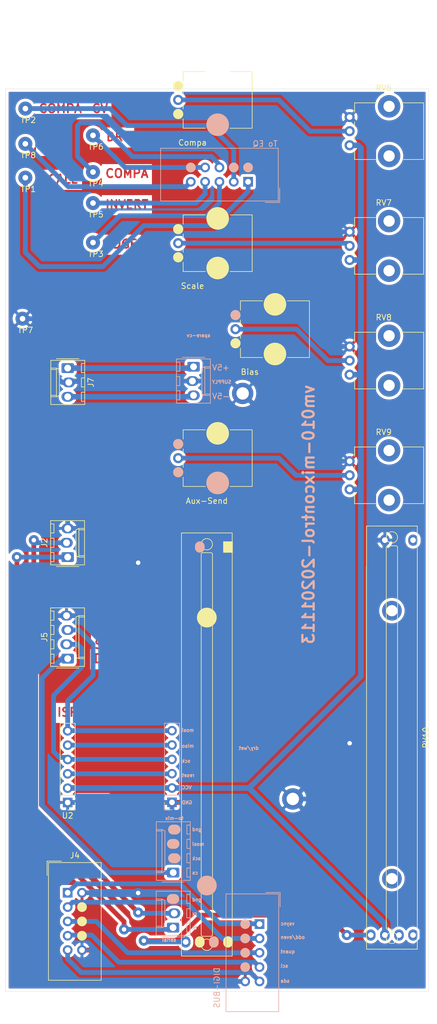
<source format=kicad_pcb>
(kicad_pcb (version 20171130) (host pcbnew "(5.1.5-0-10_14)")
  (layers (0 F.Cu signal) (1 In1.Cu power) (2 In2.Cu signal) (31 B.Cu power) (34 B.Paste user) (35 F.Paste user) (36 B.SilkS user) (37 F.SilkS user) (38 B.Mask user) (39 F.Mask user) (44 Edge.Cuts user))
  (net 0 "")
  (net 1 GND)
  (net 2 +5V)
  (net 3 /compa_cv)
  (net 4 /edge_bypass)
  (net 5 /compa_bypass)
  (net 6 /inverter_bypass)
  (net 7 /scl)
  (net 8 /sda)
  (net 9 /compa-level)
  (net 10 /bias-level)
  (net 11 /scale-level)
  (net 12 /mix-level)
  (net 13 /mosi)
  (net 14 /miso)
  (net 15 /sck)
  (net 16 /reset)
  (net 17 /scale_cv)
  (net 18 /vsync)
  (net 19 VCC)
  (net 20 /quantize_in)
  (net 21 /dac2_select)
  (net 22 /aux-level)
  (net 23 /preview_bypass)
  (net 24 /rx)
  (net 25 /oddeven)
  (net 26 -5V)
  (net 27 /tx)
  (net 28 /bias_cv)
  (module synkie_footprints:Solderpad_1mm (layer F.Cu) (at 112.5 44.5)
    (fp_text reference TP8 (at 0 1.778) (layer F.SilkS))
    (fp_text value TestPoint)
    (pad 1 thru_hole circle (at -0.508 -0.254) (size 2.5 2.5) (drill 1) (layers *.Cu *.Mask) (net 28 /bias_cv))
  )
  (module synkie_footprints:PinHeader_1x06_P2.54mm_Vertical (layer F.Cu) (at 119.5 161 180)
    (fp_text reference U2 (at 0 -2.33) (layer F.SilkS))
    (fp_text value AnymaISP)
    (pad 6 thru_hole oval (at 0 12.7 180) (size 1.7 1.7) (drill 1) (layers *.Cu *.Mask) (net 13 /mosi))
    (pad 5 thru_hole oval (at 0 10.16 180) (size 1.7 1.7) (drill 1) (layers *.Cu *.Mask) (net 14 /miso))
    (pad 4 thru_hole oval (at 0 7.62 180) (size 1.7 1.7) (drill 1) (layers *.Cu *.Mask) (net 15 /sck))
    (pad 3 thru_hole oval (at 0 5.08 180) (size 1.7 1.7) (drill 1) (layers *.Cu *.Mask) (net 16 /reset))
    (pad 2 thru_hole oval (at 0 2.54 180) (size 1.7 1.7) (drill 1) (layers *.Cu *.Mask) (net 19 VCC))
    (pad 1 thru_hole rect (at 0 0 180) (size 1.7 1.7) (drill 1) (layers *.Cu *.Mask) (net 1 GND))
  )
  (module synkie_footprints:Solderpad_1mm (layer F.Cu) (at 112 75.5)
    (fp_text reference TP7 (at 0 1.778) (layer F.SilkS))
    (fp_text value TestPoint)
    (pad 1 thru_hole circle (at -0.508 -0.254) (size 2.5 2.5) (drill 1) (layers *.Cu *.Mask) (net 1 GND))
  )
  (module synkie_footprints:Solderpad_1mm (layer F.Cu) (at 124.5 43)
    (fp_text reference TP6 (at 0 1.778) (layer F.SilkS))
    (fp_text value TestPoint)
    (pad 1 thru_hole circle (at -0.508 -0.254) (size 2.5 2.5) (drill 1) (layers *.Cu *.Mask) (net 23 /preview_bypass))
  )
  (module synkie_footprints:Solderpad_1mm (layer F.Cu) (at 124.5 55)
    (fp_text reference TP5 (at 0 1.778) (layer F.SilkS))
    (fp_text value TestPoint)
    (pad 1 thru_hole circle (at -0.508 -0.254) (size 2.5 2.5) (drill 1) (layers *.Cu *.Mask) (net 6 /inverter_bypass))
  )
  (module synkie_footprints:Solderpad_1mm (layer F.Cu) (at 124.5 49.5)
    (fp_text reference TP4 (at 0 1.778) (layer F.SilkS))
    (fp_text value TestPoint)
    (pad 1 thru_hole circle (at -0.508 -0.254) (size 2.5 2.5) (drill 1) (layers *.Cu *.Mask) (net 5 /compa_bypass))
  )
  (module synkie_footprints:Solderpad_1mm (layer F.Cu) (at 124.5 62)
    (fp_text reference TP3 (at 0 1.778) (layer F.SilkS))
    (fp_text value TestPoint)
    (pad 1 thru_hole circle (at -0.508 -0.254) (size 2.5 2.5) (drill 1) (layers *.Cu *.Mask) (net 4 /edge_bypass))
  )
  (module synkie_footprints:Solderpad_1mm (layer F.Cu) (at 112.508 38.254)
    (fp_text reference TP2 (at 0 1.778) (layer F.SilkS))
    (fp_text value TestPoint)
    (pad 1 thru_hole circle (at -0.508 -0.254) (size 2.5 2.5) (drill 1) (layers *.Cu *.Mask) (net 3 /compa_cv))
  )
  (module synkie_footprints:Solderpad_1mm (layer F.Cu) (at 112.5 50.5)
    (fp_text reference TP1 (at 0 1.778) (layer F.SilkS))
    (fp_text value TestPoint)
    (pad 1 thru_hole circle (at -0.508 -0.254) (size 2.5 2.5) (drill 1) (layers *.Cu *.Mask) (net 17 /scale_cv))
  )
  (module synkie_footprints:Potentiometer_Alps_RS6011xP_Slide (layer F.Cu) (at 177 149.5 90)
    (fp_text reference RV10 (at 0 6 90) (layer F.SilkS))
    (fp_text value R_POT)
    (pad 5 thru_hole circle (at 22.5 0 90) (size 3.5 3.5) (drill 2) (layers *.Cu *.Mask))
    (pad 4 thru_hole circle (at -25 0 90) (size 3.5 3.5) (drill 2) (layers *.Cu *.Mask))
    (pad 3B thru_hole oval (at 35 3.75 90) (size 2 1.7) (drill 1) (layers *.Cu *.Mask))
    (pad 3 thru_hole oval (at 35 -1.25 90) (size 2 1.7) (drill 1) (layers *.Cu *.Mask) (net 1 GND))
    (pad 1B thru_hole oval (at -35 3.75 90) (size 2 1.7) (drill 1) (layers *.Cu *.Mask))
    (pad 2B thru_hole oval (at -35 1.25 90) (size 2 1.7) (drill 1) (layers *.Cu *.Mask))
    (pad 1 thru_hole oval (at -35 -1.25 90) (size 2 1.7) (drill 1) (layers *.Cu *.Mask) (net 19 VCC))
    (pad 2 thru_hole oval (at -35 -3.75 90) (size 2 1.7) (drill 1) (layers *.Cu *.Mask) (net 12 /mix-level))
  )
  (module synkie_footprints:Potentiometer_Alps_RK09K_Single_Vertical (layer F.Cu) (at 169.5 105.5)
    (fp_text reference RV9 (at 6.05 -10.15) (layer F.SilkS))
    (fp_text value R_POT)
    (pad "" np_thru_hole circle (at 7 1.9) (size 4 4) (drill 2) (layers *.Cu *.Mask))
    (pad "" np_thru_hole circle (at 7 -6.9) (size 4 4) (drill 2) (layers *.Cu *.Mask))
    (pad 1 thru_hole circle (at 0 0) (size 1.8 1.8) (drill 1) (layers *.Cu *.Mask) (net 19 VCC))
    (pad 2 thru_hole circle (at 0 -2.5) (size 1.8 1.8) (drill 1) (layers *.Cu *.Mask) (net 22 /aux-level))
    (pad 3 thru_hole circle (at 0 -5) (size 1.8 1.8) (drill 1) (layers *.Cu *.Mask) (net 1 GND))
  )
  (module synkie_footprints:Potentiometer_Alps_RK09K_Single_Vertical (layer F.Cu) (at 169.5 85.166666)
    (fp_text reference RV8 (at 6.05 -10.15) (layer F.SilkS))
    (fp_text value R_POT)
    (pad "" np_thru_hole circle (at 7 1.9) (size 4 4) (drill 2) (layers *.Cu *.Mask))
    (pad "" np_thru_hole circle (at 7 -6.9) (size 4 4) (drill 2) (layers *.Cu *.Mask))
    (pad 1 thru_hole circle (at 0 0) (size 1.8 1.8) (drill 1) (layers *.Cu *.Mask) (net 19 VCC))
    (pad 2 thru_hole circle (at 0 -2.5) (size 1.8 1.8) (drill 1) (layers *.Cu *.Mask) (net 11 /scale-level))
    (pad 3 thru_hole circle (at 0 -5) (size 1.8 1.8) (drill 1) (layers *.Cu *.Mask) (net 1 GND))
  )
  (module synkie_footprints:Potentiometer_Alps_RK09K_Single_Vertical (layer F.Cu) (at 169.5 64.833333)
    (fp_text reference RV7 (at 6.05 -10.15) (layer F.SilkS))
    (fp_text value R_POT)
    (pad "" np_thru_hole circle (at 7 1.9) (size 4 4) (drill 2) (layers *.Cu *.Mask))
    (pad "" np_thru_hole circle (at 7 -6.9) (size 4 4) (drill 2) (layers *.Cu *.Mask))
    (pad 1 thru_hole circle (at 0 0) (size 1.8 1.8) (drill 1) (layers *.Cu *.Mask) (net 19 VCC))
    (pad 2 thru_hole circle (at 0 -2.5) (size 1.8 1.8) (drill 1) (layers *.Cu *.Mask) (net 10 /bias-level))
    (pad 3 thru_hole circle (at 0 -5) (size 1.8 1.8) (drill 1) (layers *.Cu *.Mask) (net 1 GND))
  )
  (module synkie_footprints:Potentiometer_Alps_RK09K_Single_Vertical (layer F.Cu) (at 169.5 44.5)
    (fp_text reference RV6 (at 6.05 -10.15) (layer F.SilkS))
    (fp_text value R_POT)
    (pad "" np_thru_hole circle (at 7 1.9) (size 4 4) (drill 2) (layers *.Cu *.Mask))
    (pad "" np_thru_hole circle (at 7 -6.9) (size 4 4) (drill 2) (layers *.Cu *.Mask))
    (pad 1 thru_hole circle (at 0 0) (size 1.8 1.8) (drill 1) (layers *.Cu *.Mask) (net 19 VCC))
    (pad 2 thru_hole circle (at 0 -2.5) (size 1.8 1.8) (drill 1) (layers *.Cu *.Mask) (net 9 /compa-level))
    (pad 3 thru_hole circle (at 0 -5) (size 1.8 1.8) (drill 1) (layers *.Cu *.Mask) (net 1 GND))
  )
  (module synkie_footprints:Molex_KK-254_AE-6410-03A_1x03_P2.54mm_Vertical (layer F.Cu) (at 119.5 84 270)
    (fp_text reference J7 (at 2.54 -4.12 90) (layer F.SilkS))
    (fp_text value Supply)
    (pad 3 thru_hole oval (at 5.08 0 270) (size 1.74 2.2) (drill 1.2) (layers *.Cu *.Mask) (net 26 -5V))
    (pad 2 thru_hole oval (at 2.54 -0.2 270) (size 1.74 2.2) (drill 1.2) (layers *.Cu *.Mask) (net 1 GND))
    (pad 1 thru_hole roundrect (at 0 0 270) (size 1.74 2.2) (drill 1.2) (layers *.Cu *.Mask) (roundrect_rratio 0.143678) (net 2 +5V))
  )
  (module synkie_footprints:Molex_KK-254_AE-6410-04A_1x04_P2.54mm_Vertical (layer F.Cu) (at 119.5 135.5 90)
    (fp_text reference J5 (at 3.81 -4.12 90) (layer F.SilkS))
    (fp_text value Conn_01x04)
    (pad 1 thru_hole roundrect (at 0 0 90) (size 1.74 2.2) (drill 1.2) (layers *.Cu *.Mask) (roundrect_rratio 0.143678) (net 21 /dac2_select))
    (pad 2 thru_hole oval (at 2.54 -0.2 90) (size 1.74 2.2) (drill 1.2) (layers *.Cu *.Mask) (net 15 /sck))
    (pad 3 thru_hole oval (at 5.08 0 90) (size 1.74 2.2) (drill 1.2) (layers *.Cu *.Mask) (net 13 /mosi))
    (pad 4 thru_hole oval (at 7.62 -0.2 90) (size 1.74 2.2) (drill 1.2) (layers *.Cu *.Mask) (net 1 GND))
  )
  (module synkie_footprints:IDC-Header_2x05_P2.54mm_Vertical (layer F.Cu) (at 119.5 177)
    (fp_text reference J4 (at 1.27 -6.604) (layer F.SilkS))
    (fp_text value digitalbus)
    (pad 1 thru_hole rect (at 0 0) (size 1.7272 1.7272) (drill 1.016) (layers *.Cu *.Mask) (net 18 /vsync))
    (pad 2 thru_hole oval (at 2.54 0) (size 1.7272 1.7272) (drill 1.016) (layers *.Cu *.Mask) (net 1 GND))
    (pad 3 thru_hole oval (at 0 2.54) (size 1.7272 1.7272) (drill 1.016) (layers *.Cu *.Mask) (net 25 /oddeven))
    (pad "" connect oval (at 2.54 2.54) (size 1.7272 1.7272) (layers F.SilkS))
    (pad 5 thru_hole oval (at 0 5.08) (size 1.7272 1.7272) (drill 1.016) (layers *.Cu *.Mask) (net 20 /quantize_in))
    (pad "" connect oval (at 2.54 5.08) (size 1.7272 1.7272) (layers F.SilkS))
    (pad 7 thru_hole oval (at 0 7.62) (size 1.7272 1.7272) (drill 1.016) (layers *.Cu *.Mask) (net 8 /sda))
    (pad "" connect oval (at 2.54 7.62) (size 1.7272 1.7272) (layers F.SilkS))
    (pad 9 thru_hole oval (at 0 10.16) (size 1.7272 1.7272) (drill 1.016) (layers *.Cu *.Mask) (net 7 /scl))
    (pad 10 thru_hole oval (at 2.54 10.16) (size 1.7272 1.7272) (drill 1.016) (layers *.Cu *.Mask) (net 1 GND))
  )
  (module synkie_footprints:Molex_KK-254_AE-6410-03A_1x03_P2.54mm_Vertical (layer F.Cu) (at 119.5 117.5 90)
    (fp_text reference J2 (at 2.54 -4.12 90) (layer F.SilkS))
    (fp_text value Serial)
    (pad 3 thru_hole oval (at 5.08 0 90) (size 1.74 2.2) (drill 1.2) (layers *.Cu *.Mask) (net 1 GND))
    (pad 2 thru_hole oval (at 2.54 -0.2 90) (size 1.74 2.2) (drill 1.2) (layers *.Cu *.Mask) (net 24 /rx))
    (pad 1 thru_hole roundrect (at 0 0 90) (size 1.74 2.2) (drill 1.2) (layers *.Cu *.Mask) (roundrect_rratio 0.143678) (net 27 /tx))
  )
  (module synkie_footprints:IDC-Header_2x05_P2.54mm_Vertical (layer B.Cu) (at 153.52212 182.5589 180)
    (fp_text reference J102 hide)
    (fp_text value digitalbus)
    (pad 1 thru_hole rect (at 0 0 180) (size 1.7272 1.7272) (drill 1.016) (layers *.Cu *.Mask) (net 18 /vsync))
    (pad "" connect oval (at 2.54 0 180) (size 1.7272 1.7272) (layers B.SilkS))
    (pad 3 thru_hole oval (at 0 -2.54 180) (size 1.7272 1.7272) (drill 1.016) (layers *.Cu *.Mask) (net 25 /oddeven))
    (pad "" connect oval (at 2.54 -2.54 180) (size 1.7272 1.7272) (layers B.SilkS))
    (pad 5 thru_hole oval (at 0 -5.08 180) (size 1.7272 1.7272) (drill 1.016) (layers *.Cu *.Mask) (net 20 /quantize_in))
    (pad "" connect oval (at 2.54 -5.08 180) (size 1.7272 1.7272) (layers B.SilkS))
    (pad 7 thru_hole oval (at 0 -7.62 180) (size 1.7272 1.7272) (drill 1.016) (layers *.Cu *.Mask) (net 8 /sda))
    (pad "" connect oval (at 2.54 -7.62 180) (size 1.7272 1.7272) (layers B.SilkS))
    (pad 9 thru_hole oval (at 0 -10.16 180) (size 1.7272 1.7272) (drill 1.016) (layers *.Cu *.Mask) (net 7 /scl))
    (pad 10 thru_hole oval (at 2.54 -10.16 180) (size 1.7272 1.7272) (drill 1.016) (layers *.Cu *.Mask) (net 1 GND))
  )
  (module synkie_footprints:Molex_KK-254_AE-6410-03A_1x03_P2.54mm_Vertical (layer B.Cu) (at 138.1888 183.1812 90)
    (fp_text reference J101 hide)
    (fp_text value Serial)
    (pad "" connect oval (at 5.08 0 90) (size 1.74 2.2) (layers B.SilkS))
    (pad 2 thru_hole oval (at 2.54 0.2 90) (size 1.74 2.2) (drill 1.2) (layers *.Cu *.Mask) (net 24 /rx))
    (pad 1 thru_hole roundrect (at 0 0 90) (size 1.74 2.2) (drill 1.2) (layers *.Cu *.Mask) (roundrect_rratio 0.143678) (net 27 /tx))
  )
  (module synkie_footprints:PinHeader_1x06_P2.54mm_Vertical (layer B.Cu) (at 137.99764 160.97398)
    (fp_text reference U1 hide)
    (fp_text value AnymaISP)
    (pad 6 thru_hole oval (at 0 -12.7) (size 1.7 1.7) (drill 1) (layers *.Cu *.Mask) (net 13 /mosi))
    (pad 5 thru_hole oval (at 0 -10.16) (size 1.7 1.7) (drill 1) (layers *.Cu *.Mask) (net 14 /miso))
    (pad 4 thru_hole oval (at 0 -7.62) (size 1.7 1.7) (drill 1) (layers *.Cu *.Mask) (net 15 /sck))
    (pad 3 thru_hole oval (at 0 -5.08) (size 1.7 1.7) (drill 1) (layers *.Cu *.Mask) (net 16 /reset))
    (pad 2 thru_hole oval (at 0 -2.54) (size 1.7 1.7) (drill 1) (layers *.Cu *.Mask) (net 19 VCC))
    (pad 1 thru_hole rect (at 0 0) (size 1.7 1.7) (drill 1) (layers *.Cu *.Mask) (net 1 GND))
  )
  (module synkie_footprints:Molex_KK-254_AE-6410-04A_1x04_P2.54mm_Vertical (layer B.Cu) (at 138.21166 173.41998 90)
    (fp_text reference J6 hide)
    (fp_text value Conn_01x04)
    (pad 1 thru_hole roundrect (at 0 0 90) (size 1.74 2.2) (drill 1.2) (layers *.Cu *.Mask) (roundrect_rratio 0.143678) (net 21 /dac2_select))
    (pad "" connect oval (at 2.54 0.2 90) (size 1.74 2.2) (layers B.SilkS))
    (pad "" connect oval (at 5.08 0 90) (size 1.74 2.2) (layers B.SilkS))
    (pad "" connect oval (at 7.62 0.2 90) (size 1.74 2.2) (layers B.SilkS))
  )
  (module MountingHole:MountingHole_2.2mm_M2_DIN965_Pad (layer F.Cu) (at 150.53 88.49)
    (fp_text reference H3 hide)
    (fp_text value MountingHole_Pad)
    (pad 1 thru_hole circle (at 0 0) (size 3.8 3.8) (drill 2.2) (layers *.Cu *.Mask) (net 1 GND))
  )
  (module MountingHole:MountingHole_2.2mm_M2_DIN965_Pad (layer F.Cu) (at 159.42 160.372)
    (fp_text reference H2 hide)
    (fp_text value MountingHole_Pad)
    (pad 1 thru_hole circle (at 0 0) (size 3.8 3.8) (drill 2.2) (layers *.Cu *.Mask) (net 1 GND))
  )
  (module synkie_footprints:Potentiometer_Alps_RK09K_Single_Vertical (layer F.Cu) (at 139.1 102.46)
    (fp_text reference RV5 hide)
    (fp_text value R_POT)
    (pad "" connect circle (at 7 1.9) (size 4 4) (layers *.SilkS))
    (pad "" connect circle (at 7 -6.9) (size 4 4) (layers F.SilkS))
    (pad "" connect circle (at 0 0) (size 1.8 1.8) (layers B.SilkS))
    (pad 2 thru_hole circle (at 0 -2.5) (size 1.8 1.8) (drill 1) (layers *.Cu *.Mask) (net 22 /aux-level))
    (pad "" connect circle (at 0 -5) (size 1.8 1.8) (layers B.SilkS))
  )
  (module synkie_footprints:Potentiometer_Alps_RS6011xP_Slide (layer F.Cu) (at 144.18 150.72 90)
    (fp_text reference RV4 hide)
    (fp_text value R_POT)
    (pad "" connect circle (at 22.5 0 90) (size 3.5 3.5) (layers F.SilkS))
    (pad "" connect circle (at -25 0 90) (size 3.5 3.5) (layers B.SilkS))
    (pad "" connect custom (at 35 3.75 90) (size 2 1.7) (layers F.SilkS) (options (clearance outline) (anchor rect)) (primitives))
    (pad "" connect oval (at 35 -1.25 90) (size 2 1.7) (layers B.SilkS))
    (pad "" connect oval (at -35 3.75 90) (size 2 1.7) (layers F.SilkS))
    (pad "" connect oval (at -35 1.25 90) (size 2 1.7) (layers B.SilkS))
    (pad "" connect oval (at -35 -1.25 90) (size 2 1.7) (layers F.SilkS))
    (pad 2 thru_hole oval (at -35 -3.75 90) (size 2 1.7) (drill 1) (layers *.Cu *.Mask) (net 12 /mix-level))
  )
  (module synkie_footprints:Potentiometer_Alps_RK09K_Single_Vertical (layer F.Cu) (at 149.26 79.6)
    (fp_text reference RV3 hide)
    (fp_text value R_POT)
    (pad "" connect circle (at 7 1.9) (size 4 4) (layers F.SilkS))
    (pad "" connect circle (at 7 -6.9) (size 4 4) (layers F.SilkS))
    (pad "" connect custom (at 0 0) (size 1.8 1.8) (layers F.SilkS) (options (clearance outline) (anchor circle)) (primitives))
    (pad 2 thru_hole circle (at 0 -2.5) (size 1.8 1.8) (drill 1) (layers *.Cu *.Mask) (net 11 /scale-level))
    (pad "" connect circle (at 0 -5) (size 1.8 1.8) (layers B.SilkS))
  )
  (module synkie_footprints:Potentiometer_Alps_RK09K_Single_Vertical (layer F.Cu) (at 139.1 64.36)
    (fp_text reference RV2 hide)
    (fp_text value R_POT)
    (pad "" connect circle (at 7 1.9) (size 4 4) (layers F.SilkS))
    (pad "" connect circle (at 7 -6.9) (size 4 4) (layers F.SilkS))
    (pad "" connect circle (at 0 0) (size 1.8 1.8) (layers F.SilkS))
    (pad 2 thru_hole circle (at 0 -2.5) (size 1.8 1.8) (drill 1) (layers *.Cu *.Mask) (net 10 /bias-level))
    (pad "" connect circle (at 0 -5) (size 1.8 1.8) (layers F.SilkS))
  )
  (module synkie_footprints:Potentiometer_Alps_RK09K_Single_Vertical (layer F.Cu) (at 139.1 38.96)
    (fp_text reference RV1 hide)
    (fp_text value R_POT)
    (pad "" connect circle (at 7 1.9) (size 4 4) (layers B.SilkS))
    (pad "" connect circle (at 0 0) (size 1.8 1.8) (layers F.SilkS))
    (pad 2 thru_hole circle (at 0 -2.5) (size 1.8 1.8) (drill 1) (layers *.Cu *.Mask) (net 9 /compa-level))
    (pad "" connect circle (at 0 -5) (size 1.8 1.8) (layers F.SilkS))
  )
  (module synkie_footprints:Molex_KK-254_AE-6410-03A_1x03_P2.54mm_Vertical (layer B.Cu) (at 141.82288 83.75798 270)
    (fp_text reference J3 hide)
    (fp_text value Supply)
    (pad 3 thru_hole oval (at 5.08 0 270) (size 1.74 2.2) (drill 1.2) (layers *.Cu *.Mask) (net 26 -5V))
    (pad 2 thru_hole oval (at 2.54 0.2 270) (size 1.74 2.2) (drill 1.2) (layers *.Cu *.Mask) (net 1 GND))
    (pad 1 thru_hole roundrect (at 0 0 270) (size 1.74 2.2) (drill 1.2) (layers *.Cu *.Mask) (roundrect_rratio 0.143678) (net 2 +5V))
  )
  (module synkie_footprints:IDC-Header_2x05_P2.54mm_Vertical (layer B.Cu) (at 151.4952 50.97166 90)
    (fp_text reference J1 hide)
    (fp_text value to-eq)
    (pad 1 thru_hole rect (at 0 0 90) (size 1.7272 1.7272) (drill 1.016) (layers *.Cu *.Mask) (net 17 /scale_cv))
    (pad "" connect oval (at 2.54 0 90) (size 1.7272 1.7272) (layers B.SilkS))
    (pad 3 thru_hole oval (at 0 -2.54 90) (size 1.7272 1.7272) (drill 1.016) (layers *.Cu *.Mask) (net 3 /compa_cv))
    (pad "" connect oval (at 2.54 -2.54 90) (size 1.7272 1.7272) (layers B.SilkS))
    (pad 5 thru_hole oval (at 0 -5.08 90) (size 1.7272 1.7272) (drill 1.016) (layers *.Cu *.Mask) (net 4 /edge_bypass))
    (pad 6 thru_hole oval (at 2.54 -5.08 90) (size 1.7272 1.7272) (drill 1.016) (layers *.Cu *.Mask) (net 5 /compa_bypass))
    (pad 7 thru_hole oval (at 0 -7.62 90) (size 1.7272 1.7272) (drill 1.016) (layers *.Cu *.Mask) (net 6 /inverter_bypass))
    (pad 8 thru_hole oval (at 2.54 -7.62 90) (size 1.7272 1.7272) (drill 1.016) (layers *.Cu *.Mask) (net 23 /preview_bypass))
    (pad 9 thru_hole oval (at 0 -10.16 90) (size 1.7272 1.7272) (drill 1) (layers *.Cu *.Mask) (net 28 /bias_cv))
    (pad "" connect oval (at 2.54 -10.16 90) (size 1.7272 1.7272) (layers B.SilkS))
  )
  (gr_text ISP (at 119.5 145) (layer F.Cu) (effects (font (size 1.5 1.5) (thickness 0.3))))
  (gr_text GND (at 124 161) (layer F.Cu) (effects (font (size 1.5 1.5) (thickness 0.3))))
  (gr_text DAC2 (at 127 135.5) (layer F.Cu) (effects (font (size 1.5 1.5) (thickness 0.3))))
  (gr_text SCK (at 126.5 133) (layer F.Cu) (effects (font (size 1.5 1.5) (thickness 0.3))))
  (gr_text MOSI (at 127 130.5) (layer F.Cu) (effects (font (size 1.5 1.5) (thickness 0.3))))
  (gr_text TX (at 125 117.5) (layer F.Cu) (effects (font (size 1.5 1.5) (thickness 0.3))))
  (gr_text RX (at 125 115) (layer F.Cu) (effects (font (size 1.5 1.5) (thickness 0.3))))
  (gr_text -5V (at 120 92.5) (layer F.Cu) (effects (font (size 1.5 1.5) (thickness 0.3))))
  (gr_text +5V (at 120.5 80.5) (layer F.Cu) (effects (font (size 1.5 1.5) (thickness 0.3))))
  (gr_text GND (at 116 75) (layer F.Cu) (effects (font (size 1.5 1.5) (thickness 0.3))))
  (gr_text EDGE (at 129 62) (layer F.Cu) (effects (font (size 1.5 1.5) (thickness 0.3))))
  (gr_text INVERT (at 130 55) (layer F.Cu) (effects (font (size 1.5 1.5) (thickness 0.3))))
  (gr_text COMPA (at 130 49.5) (layer F.Cu) (effects (font (size 1.5 1.5) (thickness 0.3))))
  (gr_text DRY (at 128.5 43) (layer F.Cu) (effects (font (size 1.5 1.5) (thickness 0.3))))
  (gr_text SCALE (at 118 50.5) (layer F.Cu) (effects (font (size 1.5 1.5) (thickness 0.3))))
  (gr_text BIAS (at 117 44.5) (layer F.Cu) (effects (font (size 1.5 1.5) (thickness 0.3))))
  (gr_text COMPA-CV (at 120.5 38) (layer F.Cu) (effects (font (size 1.5 1.5) (thickness 0.3))))
  (gr_line (start 108.5 194.5) (end 183.5 194.5) (layer Edge.Cuts) (width 0.05))
  (gr_line (start 108.5 34.5) (end 108.5 194.5) (layer Edge.Cuts) (width 0.05))
  (gr_line (start 183.5 34.5) (end 108.5 34.5) (layer Edge.Cuts) (width 0.05))
  (gr_line (start 183.5 194.5) (end 183.5 34.5) (layer Edge.Cuts) (width 0.05))
  (gr_text cs (at 142.684714 173.453) (layer B.SilkS) (effects (font (size 0.6 0.6)) (justify left mirror)))
  (gr_text sck (at 143.170428 170.913) (layer B.SilkS) (effects (font (size 0.6 0.6)) (justify left mirror)))
  (gr_text mosi (at 143.799 168.373) (layer B.SilkS) (effects (font (size 0.6 0.6)) (justify left mirror)))
  (gr_text gnd (at 143.313285 165.7695) (layer B.SilkS) (effects (font (size 0.6 0.6)) (justify left mirror)))
  (gr_text gnd (at 143.313285 178.2155) (layer B.SilkS) (effects (font (size 0.6 0.6)) (justify left mirror)))
  (gr_text tx (at 142.513285 183.232) (layer B.SilkS) (effects (font (size 0.6 0.6)) (justify left mirror)))
  (gr_text rx (at 142.541857 180.692) (layer B.SilkS) (effects (font (size 0.6 0.6)) (justify left mirror)))
  (gr_text serial (at 138.846 185.391) (layer B.SilkS) (effects (font (size 0.6 0.6)) (justify left mirror)))
  (gr_text DIGI-BUS (at 145.958 193.8365 90) (layer B.SilkS) (effects (font (size 1 1)) (justify mirror)))
  (gr_text vsync (at 159.813929 182.47) (layer B.SilkS) (effects (font (size 0.6 0.6)) (justify left mirror)))
  (gr_text Aux-Send (at 144.18 107.54) (layer F.SilkS) (effects (font (size 1 1))))
  (gr_text Bias (at 151.8 84.68) (layer F.SilkS) (effects (font (size 1 1))))
  (gr_text Scale (at 141.64 69.44) (layer F.SilkS) (effects (font (size 1 1))))
  (gr_text Compa (at 141.64 44.04) (layer F.SilkS) (effects (font (size 1 1))))
  (gr_text -5V (at 146.6565 88.998) (layer B.SilkS) (effects (font (size 1 1)) (justify mirror)))
  (gr_text +5V (at 146.6565 83.918) (layer B.SilkS) (effects (font (size 1 1)) (justify mirror)))
  (gr_text "SUPPLY\n" (at 148.607691 86.458) (layer B.SilkS) (effects (font (size 0.6 0.6)) (justify left mirror)))
  (gr_text dry/wet (at 153.451 151.355) (layer B.SilkS) (effects (font (size 0.6 0.6)) (justify left mirror)))
  (gr_text to-mix (at 140.116 163.801) (layer B.SilkS) (effects (font (size 0.6 0.6)) (justify left mirror)))
  (gr_text GND (at 141.6845 161.007) (layer B.SilkS) (effects (font (size 0.6 0.6)) (justify left mirror)))
  (gr_text VCC (at 141.570215 158.34) (layer B.SilkS) (effects (font (size 0.6 0.6)) (justify left mirror)))
  (gr_text reset (at 142.0845 156.181) (layer B.SilkS) (effects (font (size 0.6 0.6)) (justify left mirror)))
  (gr_text sck (at 141.341643 153.641) (layer B.SilkS) (effects (font (size 0.6 0.6)) (justify left mirror)))
  (gr_text miso (at 141.970215 150.974) (layer B.SilkS) (effects (font (size 0.6 0.6)) (justify left mirror)))
  (gr_text mosi (at 141.970215 148.18) (layer B.SilkS) (effects (font (size 0.6 0.6)) (justify left mirror)))
  (gr_text "To EQ" (at 156.8165 44.2305) (layer B.SilkS) (effects (font (size 1 1)) (justify left mirror)))
  (gr_text spare-cv (at 144.8785 78.203) (layer B.SilkS) (effects (font (size 0.6 0.6)) (justify left mirror)))
  (gr_text vm010-mixcontrol-20201113 (at 162.214 109.953 90) (layer B.SilkS) (effects (font (size 2 2) (thickness 0.4)) (justify mirror)))
  (gr_text sda (at 158.928215 192.63) (layer B.SilkS) (effects (font (size 0.6 0.6)) (justify left mirror)))
  (gr_text scl (at 158.671072 189.963) (layer B.SilkS) (effects (font (size 0.6 0.6)) (justify left mirror)))
  (gr_text "quant\n" (at 159.871072 187.423) (layer B.SilkS) (effects (font (size 0.6 0.6)) (justify left mirror)))
  (gr_text odd/even (at 161.6425 184.883) (layer B.SilkS) (effects (font (size 0.6 0.6)) (justify left mirror)))
  (segment (start 137.97162 161) (end 137.99764 160.97398) (width 0.85) (layer B.Cu) (net 1))
  (segment (start 119.5 161) (end 137.97162 161) (width 0.85) (layer B.Cu) (net 1))
  (segment (start 119.94202 86.29798) (end 119.7 86.54) (width 0.85) (layer B.Cu) (net 1))
  (segment (start 141.62288 86.29798) (end 119.94202 86.29798) (width 0.85) (layer B.Cu) (net 1))
  (segment (start 148.33798 86.29798) (end 150.53 88.49) (width 0.85) (layer B.Cu) (net 1))
  (segment (start 141.62288 86.29798) (end 148.33798 86.29798) (width 0.85) (layer B.Cu) (net 1))
  (segment (start 162.54 100.5) (end 150.53 88.49) (width 0.85) (layer B.Cu) (net 1))
  (segment (start 169.5 100.5) (end 162.54 100.5) (width 0.85) (layer B.Cu) (net 1))
  (segment (start 164.79302 80.166666) (end 160.101353 75.474999) (width 0.85) (layer B.Cu) (net 1))
  (segment (start 169.5 80.166666) (end 164.79302 80.166666) (width 0.85) (layer B.Cu) (net 1))
  (segment (start 118.54 86.54) (end 118 86) (width 0.85) (layer B.Cu) (net 1))
  (segment (start 119.7 86.54) (end 118.54 86.54) (width 0.85) (layer B.Cu) (net 1))
  (segment (start 160.101353 75.474999) (end 128.025001 75.474999) (width 0.85) (layer B.Cu) (net 1))
  (segment (start 161.319999 158.472001) (end 159.42 160.372) (width 0.85) (layer B.Cu) (net 1))
  (segment (start 172.72501 119.37499) (end 172.72501 147.06699) (width 0.85) (layer B.Cu) (net 1))
  (segment (start 175.75 116.35) (end 172.72501 119.37499) (width 0.85) (layer B.Cu) (net 1))
  (segment (start 175.75 114.5) (end 175.75 116.35) (width 0.85) (layer B.Cu) (net 1))
  (segment (start 173.774999 114.224999) (end 174.05 114.5) (width 0.85) (layer B.Cu) (net 1))
  (segment (start 173.774999 43.774999) (end 173.774999 114.224999) (width 0.85) (layer B.Cu) (net 1))
  (segment (start 174.05 114.5) (end 175.75 114.5) (width 0.85) (layer B.Cu) (net 1))
  (segment (start 169.5 39.5) (end 173.774999 43.774999) (width 0.85) (layer B.Cu) (net 1))
  (segment (start 159.42 160.372) (end 170.048 171) (width 0.85) (layer B.Cu) (net 1))
  (via (at 169.5 150.5) (size 1.8) (drill 0.8) (layers F.Cu B.Cu) (net 1))
  (segment (start 169.396 150.396) (end 169.5 150.5) (width 0.85) (layer B.Cu) (net 1))
  (segment (start 172.72501 147.06699) (end 169.396 150.396) (width 0.85) (layer B.Cu) (net 1))
  (segment (start 169.396 150.396) (end 161.319999 158.472001) (width 0.85) (layer B.Cu) (net 1))
  (segment (start 127.38 127.88) (end 119.3 127.88) (width 0.85) (layer B.Cu) (net 1))
  (segment (start 127.38 118.35) (end 127.38 127.88) (width 0.85) (layer B.Cu) (net 1))
  (segment (start 121.45 112.42) (end 127.38 118.35) (width 0.85) (layer B.Cu) (net 1))
  (segment (start 119.5 112.42) (end 121.45 112.42) (width 0.85) (layer B.Cu) (net 1))
  (segment (start 131.963601 177) (end 132 177.036399) (width 0.85) (layer B.Cu) (net 1))
  (via (at 132 177.036399) (size 1.8) (drill 0.8) (layers F.Cu B.Cu) (net 1))
  (segment (start 122.04 177) (end 131.963601 177) (width 0.85) (layer B.Cu) (net 1))
  (segment (start 128.245002 187.16) (end 123.261314 187.16) (width 0.85) (layer F.Cu) (net 1))
  (segment (start 133.625001 181.780001) (end 128.245002 187.16) (width 0.85) (layer F.Cu) (net 1))
  (segment (start 123.261314 187.16) (end 122.04 187.16) (width 0.85) (layer F.Cu) (net 1))
  (segment (start 132 177.036399) (end 133.625001 178.6614) (width 0.85) (layer F.Cu) (net 1))
  (segment (start 139.69764 160.97398) (end 137.99764 160.97398) (width 0.85) (layer F.Cu) (net 1))
  (segment (start 140.03667 174.443846) (end 140.03667 161.31301) (width 0.85) (layer F.Cu) (net 1))
  (segment (start 134.605517 179.874999) (end 140.03667 174.443846) (width 0.85) (layer F.Cu) (net 1))
  (segment (start 133.625001 179.874999) (end 134.605517 179.874999) (width 0.85) (layer F.Cu) (net 1))
  (segment (start 133.625001 178.6614) (end 133.625001 179.874999) (width 0.85) (layer F.Cu) (net 1))
  (segment (start 140.03667 161.31301) (end 139.69764 160.97398) (width 0.85) (layer F.Cu) (net 1))
  (segment (start 133.625001 179.874999) (end 133.625001 181.780001) (width 0.85) (layer F.Cu) (net 1))
  (segment (start 167.91053 60.150011) (end 138.476349 60.150011) (width 0.85) (layer B.Cu) (net 1))
  (segment (start 169.5 59.833333) (end 168.227208 59.833333) (width 0.85) (layer B.Cu) (net 1))
  (segment (start 128.025001 70.601359) (end 128.025001 75.474999) (width 0.85) (layer B.Cu) (net 1))
  (segment (start 138.476349 60.150011) (end 128.025001 70.601359) (width 0.85) (layer B.Cu) (net 1))
  (segment (start 168.227208 59.833333) (end 167.91053 60.150011) (width 0.85) (layer B.Cu) (net 1))
  (segment (start 111.492 75.246) (end 122.746 75.246) (width 0.85) (layer B.Cu) (net 1))
  (segment (start 122.746 75.246) (end 123 75.5) (width 0.85) (layer B.Cu) (net 1))
  (segment (start 128.025001 75.474999) (end 123 75.5) (width 0.85) (layer B.Cu) (net 1))
  (segment (start 137.99764 162.67398) (end 165.32366 190) (width 0.85) (layer B.Cu) (net 1))
  (segment (start 137.99764 160.97398) (end 137.99764 162.67398) (width 0.85) (layer B.Cu) (net 1))
  (segment (start 162.107005 160.372) (end 159.42 160.372) (width 0.85) (layer B.Cu) (net 1))
  (segment (start 166.535002 160.372) (end 162.107005 160.372) (width 0.85) (layer B.Cu) (net 1))
  (segment (start 182.32501 176.162008) (end 166.535002 160.372) (width 0.85) (layer B.Cu) (net 1))
  (segment (start 182.32501 185.30239) (end 182.32501 176.162008) (width 0.85) (layer B.Cu) (net 1))
  (segment (start 177.6274 190) (end 182.32501 185.30239) (width 0.85) (layer B.Cu) (net 1))
  (segment (start 165.32366 190) (end 177.6274 190) (width 0.85) (layer B.Cu) (net 1))
  (segment (start 117 85) (end 118 86) (width 0.85) (layer B.Cu) (net 1))
  (segment (start 117 81) (end 117 85) (width 0.85) (layer B.Cu) (net 1))
  (segment (start 122.525001 75.474999) (end 117 81) (width 0.85) (layer B.Cu) (net 1))
  (segment (start 123 75.5) (end 122.525001 75.474999) (width 0.85) (layer B.Cu) (net 1))
  (segment (start 119.5 110.7) (end 119.5 112.42) (width 0.85) (layer B.Cu) (net 1))
  (segment (start 117 108.2) (end 119.5 110.7) (width 0.85) (layer B.Cu) (net 1))
  (segment (start 117 87) (end 117 108.2) (width 0.85) (layer B.Cu) (net 1))
  (segment (start 118 86) (end 117 87) (width 0.85) (layer B.Cu) (net 1))
  (segment (start 132 119.772792) (end 132 118.5) (width 0.85) (layer B.Cu) (net 1))
  (segment (start 132 123.26) (end 132 119.772792) (width 0.85) (layer B.Cu) (net 1))
  (segment (start 127.38 127.88) (end 132 123.26) (width 0.85) (layer B.Cu) (net 1))
  (segment (start 164 150.5) (end 132.899999 119.399999) (width 0.85) (layer F.Cu) (net 1))
  (segment (start 132.899999 119.399999) (end 132 118.5) (width 0.85) (layer F.Cu) (net 1))
  (segment (start 169.5 150.5) (end 164 150.5) (width 0.85) (layer F.Cu) (net 1))
  (via (at 132 118.5) (size 1.8) (drill 0.8) (layers F.Cu B.Cu) (net 1))
  (segment (start 117.35 127.88) (end 119.3 127.88) (width 0.85) (layer B.Cu) (net 1))
  (segment (start 113.84999 186.84999) (end 113.84999 131.38001) (width 0.85) (layer B.Cu) (net 1))
  (segment (start 113.84999 131.38001) (end 117.35 127.88) (width 0.85) (layer B.Cu) (net 1))
  (segment (start 119.7189 192.7189) (end 113.84999 186.84999) (width 0.85) (layer B.Cu) (net 1))
  (segment (start 150.98212 192.7189) (end 119.7189 192.7189) (width 0.85) (layer B.Cu) (net 1))
  (segment (start 141.58086 84) (end 141.82288 83.75798) (width 1) (layer B.Cu) (net 2))
  (segment (start 119.5 84) (end 141.58086 84) (width 1) (layer B.Cu) (net 2))
  (segment (start 130 41) (end 127 38) (width 0.85) (layer B.Cu) (net 3))
  (segment (start 144.75 41) (end 130 41) (width 0.85) (layer B.Cu) (net 3))
  (segment (start 148.9552 45.2052) (end 144.75 41) (width 0.85) (layer B.Cu) (net 3))
  (segment (start 113.767766 38) (end 112 38) (width 0.85) (layer B.Cu) (net 3))
  (segment (start 127 38) (end 113.767766 38) (width 0.85) (layer B.Cu) (net 3))
  (segment (start 148.9552 50.97166) (end 148.9552 45.2052) (width 0.85) (layer B.Cu) (net 3))
  (segment (start 125.241999 60.496001) (end 123.992 61.746) (width 0.85) (layer B.Cu) (net 4))
  (segment (start 128.738 57) (end 125.241999 60.496001) (width 0.85) (layer B.Cu) (net 4))
  (segment (start 144.125 57) (end 128.738 57) (width 0.85) (layer B.Cu) (net 4))
  (segment (start 146.4152 54.7098) (end 144.125 57) (width 0.85) (layer B.Cu) (net 4))
  (segment (start 146.4152 50.97166) (end 146.4152 54.7098) (width 0.85) (layer B.Cu) (net 4))
  (segment (start 122.742001 47.996001) (end 123.992 49.246) (width 0.85) (layer B.Cu) (net 5))
  (segment (start 121.75 40.5) (end 121.25 41) (width 0.85) (layer B.Cu) (net 5))
  (segment (start 121.25 41) (end 121.25 46.504) (width 0.85) (layer B.Cu) (net 5))
  (segment (start 125 40.5) (end 121.75 40.5) (width 0.85) (layer B.Cu) (net 5))
  (segment (start 121.25 46.504) (end 122.742001 47.996001) (width 0.85) (layer B.Cu) (net 5))
  (segment (start 131 46.5) (end 125 40.5) (width 0.85) (layer B.Cu) (net 5))
  (segment (start 145 46.5) (end 131 46.5) (width 0.85) (layer B.Cu) (net 5))
  (segment (start 146.4152 47.9152) (end 145 46.5) (width 0.85) (layer B.Cu) (net 5))
  (segment (start 146.4152 48.43166) (end 146.4152 47.9152) (width 0.85) (layer B.Cu) (net 5))
  (segment (start 142.254 54.746) (end 123.992 54.746) (width 0.85) (layer B.Cu) (net 6))
  (segment (start 143.8752 53.1248) (end 142.254 54.746) (width 0.85) (layer B.Cu) (net 6))
  (segment (start 143.8752 50.97166) (end 143.8752 53.1248) (width 0.85) (layer B.Cu) (net 6))
  (segment (start 151.933519 191.130299) (end 152.658521 191.855301) (width 0.85) (layer B.Cu) (net 7))
  (segment (start 119.5 188.75) (end 121.880299 191.130299) (width 0.85) (layer B.Cu) (net 7))
  (segment (start 152.658521 191.855301) (end 153.52212 192.7189) (width 0.85) (layer B.Cu) (net 7))
  (segment (start 119.5 187.16) (end 119.5 188.75) (width 0.85) (layer B.Cu) (net 7))
  (segment (start 121.880299 191.130299) (end 151.933519 191.130299) (width 0.85) (layer B.Cu) (net 7))
  (segment (start 152.658521 189.315301) (end 153.52212 190.1789) (width 0.85) (layer B.Cu) (net 8))
  (segment (start 128.565301 189.315301) (end 152.658521 189.315301) (width 0.85) (layer B.Cu) (net 8))
  (segment (start 123.75 184.5) (end 128.565301 189.315301) (width 0.85) (layer B.Cu) (net 8))
  (segment (start 119.62 184.5) (end 123.75 184.5) (width 0.85) (layer B.Cu) (net 8))
  (segment (start 119.5 184.62) (end 119.62 184.5) (width 0.85) (layer B.Cu) (net 8))
  (segment (start 139.1 36.46) (end 156.96 36.46) (width 0.85) (layer B.Cu) (net 9))
  (segment (start 162.5 42) (end 169.5 42) (width 0.85) (layer B.Cu) (net 9))
  (segment (start 156.96 36.46) (end 162.5 42) (width 0.85) (layer B.Cu) (net 9))
  (segment (start 169.026667 61.86) (end 169.5 62.333333) (width 0.85) (layer B.Cu) (net 10))
  (segment (start 139.1 61.86) (end 169.026667 61.86) (width 0.85) (layer B.Cu) (net 10))
  (segment (start 149.26 77.1) (end 160.1 77.1) (width 0.85) (layer B.Cu) (net 11))
  (segment (start 165.666666 82.666666) (end 169.5 82.666666) (width 0.85) (layer B.Cu) (net 11))
  (segment (start 160.1 77.1) (end 165.666666 82.666666) (width 0.85) (layer B.Cu) (net 11))
  (via (at 133 185.5) (size 1.8) (drill 0.8) (layers F.Cu B.Cu) (net 12))
  (segment (start 133.22 185.72) (end 133 185.5) (width 0.85) (layer B.Cu) (net 12))
  (segment (start 140.43 185.72) (end 133.22 185.72) (width 0.85) (layer B.Cu) (net 12))
  (segment (start 143.248577 180.970299) (end 165.470299 180.970299) (width 0.85) (layer F.Cu) (net 12))
  (segment (start 138.718876 185.5) (end 143.248577 180.970299) (width 0.85) (layer F.Cu) (net 12))
  (via (at 169 184.5) (size 1.8) (drill 0.8) (layers F.Cu B.Cu) (net 12))
  (segment (start 165.470299 180.970299) (end 169 184.5) (width 0.85) (layer F.Cu) (net 12))
  (segment (start 133 185.5) (end 138.718876 185.5) (width 0.85) (layer F.Cu) (net 12))
  (segment (start 169 184.5) (end 173.25 184.5) (width 0.85) (layer B.Cu) (net 12))
  (segment (start 119.52602 148.27398) (end 119.5 148.3) (width 0.85) (layer B.Cu) (net 13))
  (segment (start 137.99764 148.27398) (end 119.52602 148.27398) (width 0.85) (layer B.Cu) (net 13))
  (segment (start 119.5 143) (end 119.5 148.3) (width 0.85) (layer B.Cu) (net 13))
  (segment (start 124 132.97) (end 124 138.5) (width 0.85) (layer B.Cu) (net 13))
  (segment (start 124 138.5) (end 119.5 143) (width 0.85) (layer B.Cu) (net 13))
  (segment (start 121.45 130.42) (end 124 132.97) (width 0.85) (layer B.Cu) (net 13))
  (segment (start 119.5 130.42) (end 121.45 130.42) (width 0.85) (layer B.Cu) (net 13))
  (segment (start 137.97162 150.84) (end 137.99764 150.81398) (width 0.85) (layer B.Cu) (net 14))
  (segment (start 119.5 150.84) (end 137.97162 150.84) (width 0.85) (layer B.Cu) (net 14))
  (segment (start 119.52602 153.35398) (end 119.5 153.38) (width 0.85) (layer B.Cu) (net 15))
  (segment (start 137.99764 153.35398) (end 119.52602 153.35398) (width 0.85) (layer B.Cu) (net 15))
  (segment (start 119.12 153) (end 119.5 153.38) (width 0.85) (layer B.Cu) (net 15))
  (segment (start 118.030001 153) (end 119.12 153) (width 0.85) (layer B.Cu) (net 15))
  (segment (start 117 151.969999) (end 118.030001 153) (width 0.85) (layer B.Cu) (net 15))
  (segment (start 119.3 132.96) (end 121.25 132.96) (width 0.85) (layer B.Cu) (net 15))
  (segment (start 117 142) (end 117 151.969999) (width 0.85) (layer B.Cu) (net 15))
  (segment (start 121.25 132.96) (end 122 133.71) (width 0.85) (layer B.Cu) (net 15))
  (segment (start 122 137) (end 117 142) (width 0.85) (layer B.Cu) (net 15))
  (segment (start 122 133.71) (end 122 137) (width 0.85) (layer B.Cu) (net 15))
  (segment (start 137.97162 155.92) (end 137.99764 155.89398) (width 0.85) (layer B.Cu) (net 16))
  (segment (start 119.5 155.92) (end 137.97162 155.92) (width 0.85) (layer B.Cu) (net 16))
  (segment (start 145.43046 58.75) (end 151.4952 52.68526) (width 0.85) (layer B.Cu) (net 17))
  (segment (start 133 58.75) (end 145.43046 58.75) (width 0.85) (layer B.Cu) (net 17))
  (segment (start 151.4952 52.68526) (end 151.4952 50.97166) (width 0.85) (layer B.Cu) (net 17))
  (segment (start 125.75 66) (end 133 58.75) (width 0.85) (layer B.Cu) (net 17))
  (segment (start 114.5 66) (end 125.75 66) (width 0.85) (layer B.Cu) (net 17))
  (segment (start 111.992 63.492) (end 114.5 66) (width 0.85) (layer B.Cu) (net 17))
  (segment (start 111.992 50.246) (end 111.992 63.492) (width 0.85) (layer B.Cu) (net 17))
  (segment (start 153.46322 182.5) (end 153.52212 182.5589) (width 0.85) (layer B.Cu) (net 18))
  (segment (start 139.411399 175.411399) (end 146.5 182.5) (width 0.85) (layer B.Cu) (net 18))
  (segment (start 121.088601 175.411399) (end 139.411399 175.411399) (width 0.85) (layer B.Cu) (net 18))
  (segment (start 146.5 182.5) (end 153.46322 182.5) (width 0.85) (layer B.Cu) (net 18))
  (segment (start 119.5 177) (end 121.088601 175.411399) (width 0.85) (layer B.Cu) (net 18))
  (segment (start 119.52602 158.43398) (end 119.5 158.46) (width 1) (layer B.Cu) (net 19))
  (segment (start 137.99764 158.43398) (end 119.52602 158.43398) (width 1) (layer B.Cu) (net 19))
  (segment (start 139.199721 158.43398) (end 137.99764 158.43398) (width 1) (layer B.Cu) (net 19))
  (segment (start 151.68398 158.43398) (end 139.199721 158.43398) (width 1) (layer B.Cu) (net 19))
  (segment (start 175.75 182.5) (end 151.68398 158.43398) (width 1) (layer B.Cu) (net 19))
  (segment (start 175.75 184.5) (end 175.75 182.5) (width 1) (layer B.Cu) (net 19))
  (segment (start 169.5 105.5) (end 171.5 105.5) (width 1) (layer B.Cu) (net 19))
  (segment (start 171 44.5) (end 169.5 44.5) (width 1) (layer B.Cu) (net 19))
  (segment (start 171.5 45) (end 171 44.5) (width 1) (layer B.Cu) (net 19))
  (segment (start 171.333333 64.833333) (end 171.5 65) (width 1) (layer B.Cu) (net 19))
  (segment (start 171.5 65) (end 171.5 45) (width 1) (layer B.Cu) (net 19))
  (segment (start 169.5 64.833333) (end 171.333333 64.833333) (width 1) (layer B.Cu) (net 19))
  (segment (start 171.333334 85.166666) (end 169.5 85.166666) (width 1) (layer B.Cu) (net 19))
  (segment (start 171.5 85) (end 171.333334 85.166666) (width 1) (layer B.Cu) (net 19))
  (segment (start 171.5 85) (end 171.5 65) (width 1) (layer B.Cu) (net 19))
  (segment (start 171.5 138.61796) (end 151.68398 158.43398) (width 1) (layer B.Cu) (net 19))
  (segment (start 171.5 105.5) (end 171.5 104.5) (width 1) (layer B.Cu) (net 19))
  (segment (start 171.5 104.5) (end 171.5 138.61796) (width 1) (layer B.Cu) (net 19))
  (segment (start 171.5 104.5) (end 171.5 85) (width 1) (layer B.Cu) (net 19))
  (segment (start 152.300806 187.6389) (end 153.52212 187.6389) (width 0.85) (layer B.Cu) (net 20))
  (segment (start 130.1389 187.6389) (end 152.300806 187.6389) (width 0.85) (layer B.Cu) (net 20))
  (segment (start 124.58 182.08) (end 130.1389 187.6389) (width 0.85) (layer B.Cu) (net 20))
  (segment (start 119.5 182.08) (end 124.58 182.08) (width 0.85) (layer B.Cu) (net 20))
  (segment (start 118.4 135.5) (end 119.5 135.5) (width 0.85) (layer B.Cu) (net 21))
  (segment (start 115 138.9) (end 118.4 135.5) (width 0.85) (layer B.Cu) (net 21))
  (segment (start 115 161.502501) (end 115 138.9) (width 0.85) (layer B.Cu) (net 21))
  (segment (start 126.917479 173.41998) (end 115 161.502501) (width 0.85) (layer B.Cu) (net 21))
  (segment (start 138.21166 173.41998) (end 126.917479 173.41998) (width 0.85) (layer B.Cu) (net 21))
  (segment (start 160 103) (end 169.5 103) (width 0.85) (layer B.Cu) (net 22))
  (segment (start 156.96 99.96) (end 160 103) (width 0.85) (layer B.Cu) (net 22))
  (segment (start 139.1 99.96) (end 156.96 99.96) (width 0.85) (layer B.Cu) (net 22))
  (segment (start 129.67766 48.43166) (end 123.992 42.746) (width 0.85) (layer B.Cu) (net 23))
  (segment (start 143.8752 48.43166) (end 129.67766 48.43166) (width 0.85) (layer B.Cu) (net 23))
  (via (at 132 180.5) (size 1.8) (drill 0.8) (layers F.Cu B.Cu) (net 24))
  (segment (start 132.1412 180.6412) (end 132 180.5) (width 0.85) (layer B.Cu) (net 24))
  (segment (start 138.3888 180.6412) (end 132.1412 180.6412) (width 0.85) (layer B.Cu) (net 24))
  (segment (start 113.96 114.96) (end 113.5 114.5) (width 0.85) (layer B.Cu) (net 24))
  (segment (start 113.5 115.772792) (end 113.5 114.5) (width 0.85) (layer F.Cu) (net 24))
  (via (at 113.5 114.5) (size 1.8) (drill 0.8) (layers F.Cu B.Cu) (net 24))
  (segment (start 132 180.5) (end 113.5 162) (width 0.85) (layer F.Cu) (net 24))
  (segment (start 113.5 162) (end 113.5 115.772792) (width 0.85) (layer F.Cu) (net 24))
  (segment (start 119.3 114.96) (end 113.96 114.96) (width 0.85) (layer B.Cu) (net 24))
  (segment (start 146.93422 185.0989) (end 152.300806 185.0989) (width 0.85) (layer B.Cu) (net 25))
  (segment (start 120.363599 178.676401) (end 140.511721 178.676401) (width 0.85) (layer B.Cu) (net 25))
  (segment (start 152.300806 185.0989) (end 153.52212 185.0989) (width 0.85) (layer B.Cu) (net 25))
  (segment (start 140.511721 178.676401) (end 146.93422 185.0989) (width 0.85) (layer B.Cu) (net 25))
  (segment (start 119.5 179.54) (end 120.363599 178.676401) (width 0.85) (layer B.Cu) (net 25))
  (segment (start 141.58086 89.08) (end 141.82288 88.83798) (width 1) (layer B.Cu) (net 26))
  (segment (start 119.5 89.08) (end 141.58086 89.08) (width 1) (layer B.Cu) (net 26))
  (via (at 110.5 117.5) (size 1.8) (drill 0.8) (layers F.Cu B.Cu) (net 27))
  (segment (start 119.5 117.5) (end 110.5 117.5) (width 0.85) (layer B.Cu) (net 27))
  (via (at 129.5 183.5) (size 1.8) (drill 0.8) (layers F.Cu B.Cu) (net 27))
  (segment (start 110.5 163.10887) (end 129.5 182.10887) (width 0.85) (layer F.Cu) (net 27))
  (segment (start 129.5 182.10887) (end 129.5 183.5) (width 0.85) (layer F.Cu) (net 27))
  (segment (start 110.5 117.5) (end 110.5 163.10887) (width 0.85) (layer F.Cu) (net 27))
  (segment (start 137.87 183.5) (end 138.1888 183.1812) (width 0.85) (layer B.Cu) (net 27))
  (segment (start 129.5 183.5) (end 137.87 183.5) (width 0.85) (layer B.Cu) (net 27))
  (segment (start 119.581259 51.835259) (end 113.241999 45.495999) (width 0.85) (layer B.Cu) (net 28))
  (segment (start 113.241999 45.495999) (end 111.992 44.246) (width 0.85) (layer B.Cu) (net 28))
  (segment (start 140.471601 51.835259) (end 119.581259 51.835259) (width 0.85) (layer B.Cu) (net 28))
  (segment (start 141.3352 50.97166) (end 140.471601 51.835259) (width 0.85) (layer B.Cu) (net 28))
  (zone (net 1) (net_name GND) (layer F.Cu) (connect_pads (clearance 0.508)) (min_thickness 0.254) (fill yes (arc_segments 32) (thermal_gap 0.508) (thermal_bridge_width 0.508))
    (polygon (pts (xy 185 195) (xy 107.5 195) (xy 107.5 35) (xy 185 35)))
  )
  (zone (net 1) (net_name GND) (layer B.Cu) (connect_pads (clearance 0.508)) (min_thickness 0.254) (fill yes (arc_segments 32) (thermal_gap 0.508) (thermal_bridge_width 0.508))
    (polygon (pts (xy 185 197.5) (xy 107.5 195) (xy 107.5 35) (xy 185 35)))
  )
)
</source>
